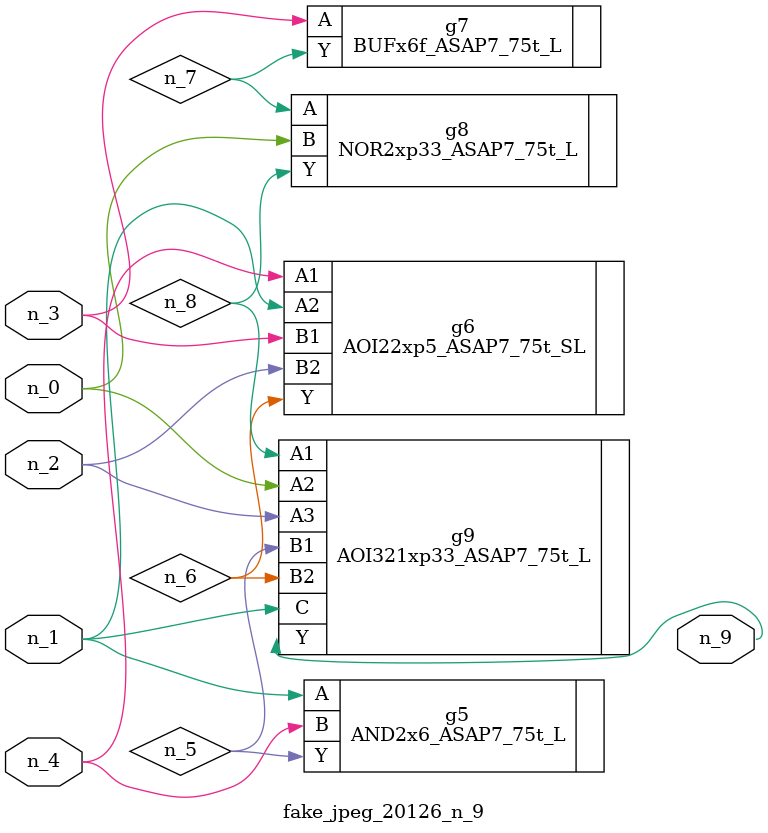
<source format=v>
module fake_jpeg_20126_n_9 (n_3, n_2, n_1, n_0, n_4, n_9);

input n_3;
input n_2;
input n_1;
input n_0;
input n_4;

output n_9;

wire n_8;
wire n_6;
wire n_5;
wire n_7;

AND2x6_ASAP7_75t_L g5 ( 
.A(n_1),
.B(n_4),
.Y(n_5)
);

AOI22xp5_ASAP7_75t_SL g6 ( 
.A1(n_4),
.A2(n_1),
.B1(n_3),
.B2(n_2),
.Y(n_6)
);

BUFx6f_ASAP7_75t_L g7 ( 
.A(n_3),
.Y(n_7)
);

NOR2xp33_ASAP7_75t_L g8 ( 
.A(n_7),
.B(n_0),
.Y(n_8)
);

AOI321xp33_ASAP7_75t_L g9 ( 
.A1(n_8),
.A2(n_0),
.A3(n_2),
.B1(n_5),
.B2(n_6),
.C(n_1),
.Y(n_9)
);


endmodule
</source>
